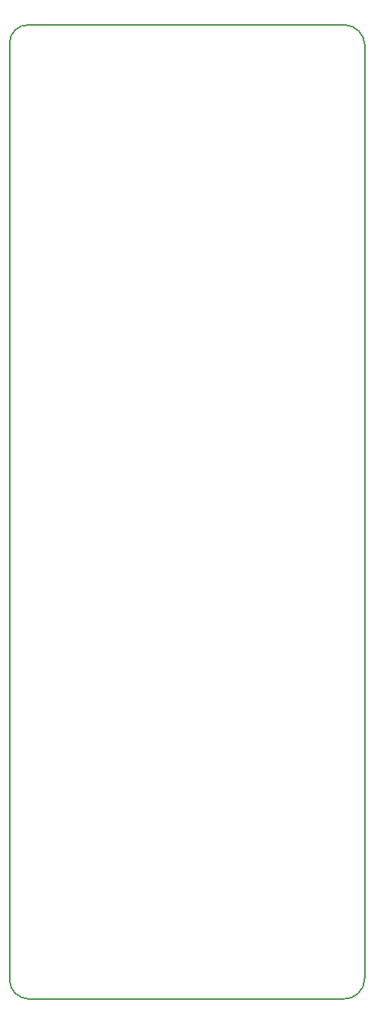
<source format=gko>
G04 DipTrace 3.2.0.1*
G04 beehive.GKO*
%MOIN*%
G04 #@! TF.FileFunction,Profile*
G04 #@! TF.Part,Single*
%ADD11C,0.005512*%
%FSLAX26Y26*%
G04*
G70*
G90*
G75*
G01*
G04 BoardOutline*
%LPD*%
X1879078Y4693912D2*
D11*
G02X1964730Y4606332I-7387J-92898D01*
G01*
X1964251Y485969D1*
G02X1869053Y394087I-91222J-744D01*
G01*
X476196Y394680D1*
G02X394025Y477973I2586J84729D01*
G01*
X394006Y4612740D1*
G02X478452Y4693529I79967J942D01*
G01*
X1879078Y4693912D1*
M02*

</source>
